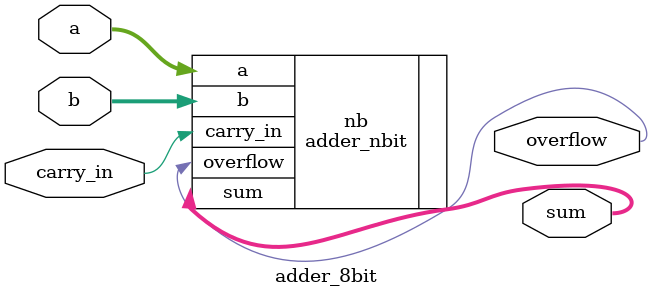
<source format=sv>

module adder_8bit
(
	input wire [7:0] a,
	input wire [7:0] b,
	input wire carry_in,
	output wire [7:0] sum,
	output wire overflow
);

	// STUDENT: Fill in the correct port map with parameter override syntax for using your n-bit ripple carry adder design to be an 8-bit ripple carry adder design
adder_nbit #(8) nb (.a(a), .b(b), .carry_in(carry_in), .sum(sum), .overflow(overflow));
endmodule

</source>
